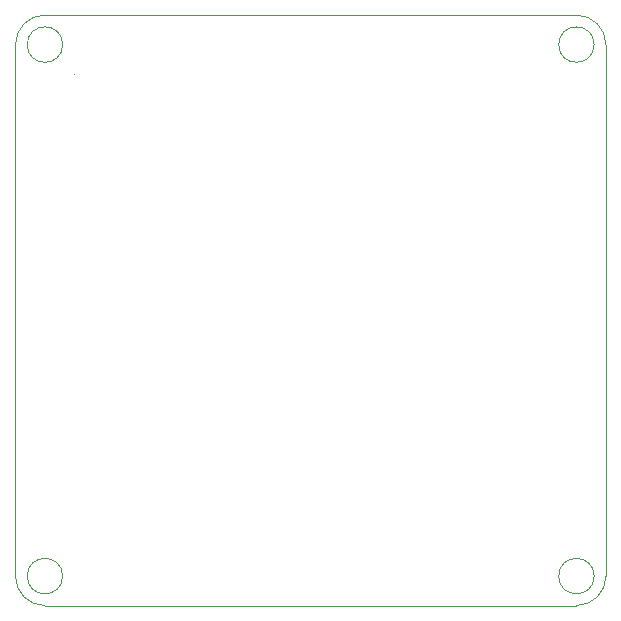
<source format=gbr>
%TF.GenerationSoftware,KiCad,Pcbnew,7.0.5*%
%TF.CreationDate,2023-06-16T02:28:43+08:00*%
%TF.ProjectId,io,696f2e6b-6963-4616-945f-706362585858,rev?*%
%TF.SameCoordinates,Original*%
%TF.FileFunction,Profile,NP*%
%FSLAX46Y46*%
G04 Gerber Fmt 4.6, Leading zero omitted, Abs format (unit mm)*
G04 Created by KiCad (PCBNEW 7.0.5) date 2023-06-16 02:28:43*
%MOMM*%
%LPD*%
G01*
G04 APERTURE LIST*
%TA.AperFunction,Profile*%
%ADD10C,0.100000*%
%TD*%
G04 APERTURE END LIST*
D10*
X55720001Y-35720000D02*
G75*
G03*
X55720001Y-35720000I-1J0D01*
G01*
X53220000Y-30720000D02*
G75*
G03*
X50720000Y-33220000I0J-2500000D01*
G01*
X99720000Y-78220000D02*
G75*
G03*
X99720000Y-78220000I-1500000J0D01*
G01*
X54720000Y-33220000D02*
G75*
G03*
X54720000Y-33220000I-1500000J0D01*
G01*
X98220000Y-30720000D02*
X53220000Y-30720000D01*
X100720000Y-33220000D02*
G75*
G03*
X98220000Y-30720000I-2500000J0D01*
G01*
X98220000Y-80720000D02*
G75*
G03*
X100720000Y-78220000I0J2500000D01*
G01*
X99720000Y-33220000D02*
G75*
G03*
X99720000Y-33220000I-1500000J0D01*
G01*
X50720000Y-33220000D02*
X50720000Y-78220000D01*
X50720000Y-78220000D02*
G75*
G03*
X53220000Y-80720000I2500000J0D01*
G01*
X53220000Y-80720000D02*
X98220000Y-80720000D01*
X54720000Y-78220000D02*
G75*
G03*
X54720000Y-78220000I-1500000J0D01*
G01*
X100720000Y-78220000D02*
X100720000Y-33220000D01*
M02*

</source>
